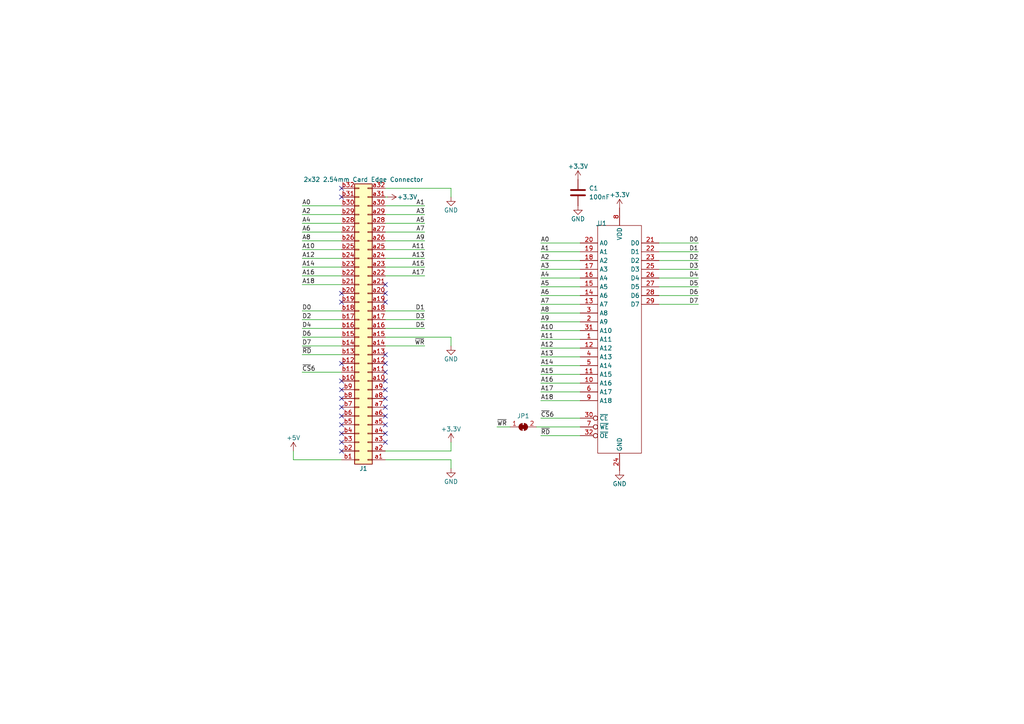
<source format=kicad_sch>
(kicad_sch (version 20230121) (generator eeschema)
  (paper "A4")
  (lib_symbols
    (symbol "Device:C" (pin_numbers hide) (pin_names (offset 0.254))
      (property "Reference" "C" (at 0.635 2.54 0))
      (property "Value" "C" (at 0.635 -2.54 0))
      (symbol "C_0_1"
        (polyline (pts (xy -2.032 -0.762) (xy 2.032 -0.762)) (stroke (width 0.508)))
        (polyline (pts (xy -2.032 0.762) (xy 2.032 0.762)) (stroke (width 0.508)))
      )
      (symbol "C_1_1"
        (pin passive line (at 0 3.81 270) (length 2.794) (name "~") (number "1"))
        (pin passive line (at 0 -3.81 90) (length 2.794) (name "~") (number "2"))
      )
    )
    (symbol "Jumper:SolderJumper_2_Bridged" (pin_names (offset 0) hide)
      (property "Reference" "JP" (at 0 2.032 0))
      (property "Value" "SolderJumper_2_Bridged" (at 0 -2.54 0))
      (symbol "SolderJumper_2_Bridged_0_1"
        (rectangle (start -0.508 0.508) (end 0.508 -0.508) (fill (type outline)))
        (arc (start -0.254 1.016) (mid -1.2656 0) (end -0.254 -1.016))
        (arc (start -0.254 1.016) (mid -1.2656 0) (end -0.254 -1.016) (fill (type outline)))
        (polyline (pts (xy -0.254 1.016) (xy -0.254 -1.016)))
        (polyline (pts (xy 0.254 1.016) (xy 0.254 -1.016)))
        (arc (start 0.254 -1.016) (mid 1.2656 0) (end 0.254 1.016))
        (arc (start 0.254 -1.016) (mid 1.2656 0) (end 0.254 1.016) (fill (type outline)))
      )
      (symbol "SolderJumper_2_Bridged_1_1"
        (pin passive line (at -3.81 0 0) (length 2.54) (name "A") (number "1"))
        (pin passive line (at 3.81 0 180) (length 2.54) (name "B") (number "2"))
      )
    )
    (symbol "Memory_Flash:SST39LF040-55-4C-WHE"
      (property "Reference" "U" (at 1.27 1.27 0))
      (symbol "SST39LF040-55-4C-WHE_0_1"
        (rectangle (start 0 0) (end 12.7 -66.04))
      )
      (symbol "SST39LF040-55-4C-WHE_1_1"
        (pin input line (at -5.08 -33.02 0) (length 5.08) (name "A11") (number "1"))
        (pin input line (at -5.08 -45.72 0) (length 5.08) (name "A16") (number "10"))
        (pin input line (at -5.08 -43.18 0) (length 5.08) (name "A15") (number "11"))
        (pin input line (at -5.08 -35.56 0) (length 5.08) (name "A12") (number "12"))
        (pin input line (at -5.08 -22.86 0) (length 5.08) (name "A7") (number "13"))
        (pin input line (at -5.08 -20.32 0) (length 5.08) (name "A6") (number "14"))
        (pin input line (at -5.08 -17.78 0) (length 5.08) (name "A5") (number "15"))
        (pin input line (at -5.08 -15.24 0) (length 5.08) (name "A4") (number "16"))
        (pin input line (at -5.08 -12.7 0) (length 5.08) (name "A3") (number "17"))
        (pin input line (at -5.08 -10.16 0) (length 5.08) (name "A2") (number "18"))
        (pin input line (at -5.08 -7.62 0) (length 5.08) (name "A1") (number "19"))
        (pin input line (at -5.08 -27.94 0) (length 5.08) (name "A9") (number "2"))
        (pin input line (at -5.08 -5.08 0) (length 5.08) (name "A0") (number "20"))
        (pin tri_state line (at 17.78 -5.08 180) (length 5.08) (name "D0") (number "21"))
        (pin tri_state line (at 17.78 -7.62 180) (length 5.08) (name "D1") (number "22"))
        (pin tri_state line (at 17.78 -10.16 180) (length 5.08) (name "D2") (number "23"))
        (pin power_in line (at 6.35 -71.12 90) (length 5.08) (name "GND") (number "24"))
        (pin tri_state line (at 17.78 -12.7 180) (length 5.08) (name "D3") (number "25"))
        (pin tri_state line (at 17.78 -15.24 180) (length 5.08) (name "D4") (number "26"))
        (pin tri_state line (at 17.78 -17.78 180) (length 5.08) (name "D5") (number "27"))
        (pin tri_state line (at 17.78 -20.32 180) (length 5.08) (name "D6") (number "28"))
        (pin tri_state line (at 17.78 -22.86 180) (length 5.08) (name "D7") (number "29"))
        (pin input line (at -5.08 -25.4 0) (length 5.08) (name "A8") (number "3"))
        (pin input inverted (at -5.08 -55.88 0) (length 5.08) (name "~{CE}") (number "30"))
        (pin input line (at -5.08 -30.48 0) (length 5.08) (name "A10") (number "31"))
        (pin input inverted (at -5.08 -60.96 0) (length 5.08) (name "~{OE}") (number "32"))
        (pin input line (at -5.08 -38.1 0) (length 5.08) (name "A13") (number "4"))
        (pin input line (at -5.08 -40.64 0) (length 5.08) (name "A14") (number "5"))
        (pin input line (at -5.08 -48.26 0) (length 5.08) (name "A17") (number "6"))
        (pin input inverted (at -5.08 -58.42 0) (length 5.08) (name "~{WE}") (number "7"))
        (pin power_in line (at 6.35 5.08 270) (length 5.08) (name "VDD") (number "8"))
        (pin input line (at -5.08 -50.8 0) (length 5.08) (name "A18") (number "9"))
      )
    )
    (symbol "Sentinel 65X V2:Conn_02x32_Row_Letter_First" (pin_names (offset 1.016) hide)
      (property "Reference" "J" (at 1.27 40.64 0))
      (property "Value" "Conn_02x32_Row_Letter_First" (at 1.27 -43.18 0))
      (symbol "Conn_02x32_Row_Letter_First_1_1"
        (rectangle (start -1.27 -40.513) (end 0 -40.767) (stroke (width 0.1524)))
        (rectangle (start -1.27 -37.973) (end 0 -38.227) (stroke (width 0.1524)))
        (rectangle (start -1.27 -35.433) (end 0 -35.687) (stroke (width 0.1524)))
        (rectangle (start -1.27 -32.893) (end 0 -33.147) (stroke (width 0.1524)))
        (rectangle (start -1.27 -30.353) (end 0 -30.607) (stroke (width 0.1524)))
        (rectangle (start -1.27 -27.813) (end 0 -28.067) (stroke (width 0.1524)))
        (rectangle (start -1.27 -25.273) (end 0 -25.527) (stroke (width 0.1524)))
        (rectangle (start -1.27 -22.733) (end 0 -22.987) (stroke (width 0.1524)))
        (rectangle (start -1.27 -20.193) (end 0 -20.447) (stroke (width 0.1524)))
        (rectangle (start -1.27 -17.653) (end 0 -17.907) (stroke (width 0.1524)))
        (rectangle (start -1.27 -15.113) (end 0 -15.367) (stroke (width 0.1524)))
        (rectangle (start -1.27 -12.573) (end 0 -12.827) (stroke (width 0.1524)))
        (rectangle (start -1.27 -10.033) (end 0 -10.287) (stroke (width 0.1524)))
        (rectangle (start -1.27 -7.493) (end 0 -7.747) (stroke (width 0.1524)))
        (rectangle (start -1.27 -4.953) (end 0 -5.207) (stroke (width 0.1524)))
        (rectangle (start -1.27 -2.413) (end 0 -2.667) (stroke (width 0.1524)))
        (rectangle (start -1.27 0.127) (end 0 -0.127) (stroke (width 0.1524)))
        (rectangle (start -1.27 2.667) (end 0 2.413) (stroke (width 0.1524)))
        (rectangle (start -1.27 5.207) (end 0 4.953) (stroke (width 0.1524)))
        (rectangle (start -1.27 7.747) (end 0 7.493) (stroke (width 0.1524)))
        (rectangle (start -1.27 10.287) (end 0 10.033) (stroke (width 0.1524)))
        (rectangle (start -1.27 12.827) (end 0 12.573) (stroke (width 0.1524)))
        (rectangle (start -1.27 15.367) (end 0 15.113) (stroke (width 0.1524)))
        (rectangle (start -1.27 17.907) (end 0 17.653) (stroke (width 0.1524)))
        (rectangle (start -1.27 20.447) (end 0 20.193) (stroke (width 0.1524)))
        (rectangle (start -1.27 22.987) (end 0 22.733) (stroke (width 0.1524)))
        (rectangle (start -1.27 25.527) (end 0 25.273) (stroke (width 0.1524)))
        (rectangle (start -1.27 28.067) (end 0 27.813) (stroke (width 0.1524)))
        (rectangle (start -1.27 30.607) (end 0 30.353) (stroke (width 0.1524)))
        (rectangle (start -1.27 33.147) (end 0 32.893) (stroke (width 0.1524)))
        (rectangle (start -1.27 35.687) (end 0 35.433) (stroke (width 0.1524)))
        (rectangle (start -1.27 38.227) (end 0 37.973) (stroke (width 0.1524)))
        (rectangle (start -1.27 39.37) (end 3.81 -41.91) (stroke (width 0.254)) (fill (type background)))
        (rectangle (start 3.81 -40.513) (end 2.54 -40.767) (stroke (width 0.1524)))
        (rectangle (start 3.81 -37.973) (end 2.54 -38.227) (stroke (width 0.1524)))
        (rectangle (start 3.81 -35.433) (end 2.54 -35.687) (stroke (width 0.1524)))
        (rectangle (start 3.81 -32.893) (end 2.54 -33.147) (stroke (width 0.1524)))
        (rectangle (start 3.81 -30.353) (end 2.54 -30.607) (stroke (width 0.1524)))
        (rectangle (start 3.81 -27.813) (end 2.54 -28.067) (stroke (width 0.1524)))
        (rectangle (start 3.81 -25.273) (end 2.54 -25.527) (stroke (width 0.1524)))
        (rectangle (start 3.81 -22.733) (end 2.54 -22.987) (stroke (width 0.1524)))
        (rectangle (start 3.81 -20.193) (end 2.54 -20.447) (stroke (width 0.1524)))
        (rectangle (start 3.81 -17.653) (end 2.54 -17.907) (stroke (width 0.1524)))
        (rectangle (start 3.81 -15.113) (end 2.54 -15.367) (stroke (width 0.1524)))
        (rectangle (start 3.81 -12.573) (end 2.54 -12.827) (stroke (width 0.1524)))
        (rectangle (start 3.81 -10.033) (end 2.54 -10.287) (stroke (width 0.1524)))
        (rectangle (start 3.81 -7.493) (end 2.54 -7.747) (stroke (width 0.1524)))
        (rectangle (start 3.81 -4.953) (end 2.54 -5.207) (stroke (width 0.1524)))
        (rectangle (start 3.81 -2.413) (end 2.54 -2.667) (stroke (width 0.1524)))
        (rectangle (start 3.81 0.127) (end 2.54 -0.127) (stroke (width 0.1524)))
        (rectangle (start 3.81 2.667) (end 2.54 2.413) (stroke (width 0.1524)))
        (rectangle (start 3.81 5.207) (end 2.54 4.953) (stroke (width 0.1524)))
        (rectangle (start 3.81 7.747) (end 2.54 7.493) (stroke (width 0.1524)))
        (rectangle (start 3.81 10.287) (end 2.54 10.033) (stroke (width 0.1524)))
        (rectangle (start 3.81 12.827) (end 2.54 12.573) (stroke (width 0.1524)))
        (rectangle (start 3.81 15.367) (end 2.54 15.113) (stroke (width 0.1524)))
        (rectangle (start 3.81 17.907) (end 2.54 17.653) (stroke (width 0.1524)))
        (rectangle (start 3.81 20.447) (end 2.54 20.193) (stroke (width 0.1524)))
        (rectangle (start 3.81 22.987) (end 2.54 22.733) (stroke (width 0.1524)))
        (rectangle (start 3.81 25.527) (end 2.54 25.273) (stroke (width 0.1524)))
        (rectangle (start 3.81 28.067) (end 2.54 27.813) (stroke (width 0.1524)))
        (rectangle (start 3.81 30.607) (end 2.54 30.353) (stroke (width 0.1524)))
        (rectangle (start 3.81 33.147) (end 2.54 32.893) (stroke (width 0.1524)))
        (rectangle (start 3.81 35.687) (end 2.54 35.433) (stroke (width 0.1524)))
        (rectangle (start 3.81 38.227) (end 2.54 37.973) (stroke (width 0.1524)))
        (pin passive line (at -5.08 38.1 0) (length 3.81) (name "Pin_a1") (number "a1"))
        (pin passive line (at -5.08 15.24 0) (length 3.81) (name "Pin_a10") (number "a10"))
        (pin passive line (at -5.08 12.7 0) (length 3.81) (name "Pin_a11") (number "a11"))
        (pin passive line (at -5.08 10.16 0) (length 3.81) (name "Pin_a12") (number "a12"))
        (pin passive line (at -5.08 7.62 0) (length 3.81) (name "Pin_a13") (number "a13"))
        (pin passive line (at -5.08 5.08 0) (length 3.81) (name "Pin_a14") (number "a14"))
        (pin passive line (at -5.08 2.54 0) (length 3.81) (name "Pin_a15") (number "a15"))
        (pin passive line (at -5.08 0 0) (length 3.81) (name "Pin_a16") (number "a16"))
        (pin passive line (at -5.08 -2.54 0) (length 3.81) (name "Pin_a17") (number "a17"))
        (pin passive line (at -5.08 -5.08 0) (length 3.81) (name "Pin_a18") (number "a18"))
        (pin passive line (at -5.08 -7.62 0) (length 3.81) (name "Pin_a19") (number "a19"))
        (pin passive line (at -5.08 35.56 0) (length 3.81) (name "Pin_a2") (number "a2"))
        (pin passive line (at -5.08 -10.16 0) (length 3.81) (name "Pin_a20") (number "a20"))
        (pin passive line (at -5.08 -12.7 0) (length 3.81) (name "Pin_a21") (number "a21"))
        (pin passive line (at -5.08 -15.24 0) (length 3.81) (name "Pin_a22") (number "a22"))
        (pin passive line (at -5.08 -17.78 0) (length 3.81) (name "Pin_a23") (number "a23"))
        (pin passive line (at -5.08 -20.32 0) (length 3.81) (name "Pin_a24") (number "a24"))
        (pin passive line (at -5.08 -22.86 0) (length 3.81) (name "Pin_a25") (number "a25"))
        (pin passive line (at -5.08 -25.4 0) (length 3.81) (name "Pin_a26") (number "a26"))
        (pin passive line (at -5.08 -27.94 0) (length 3.81) (name "Pin_a27") (number "a27"))
        (pin passive line (at -5.08 -30.48 0) (length 3.81) (name "Pin_a28") (number "a28"))
        (pin passive line (at -5.08 -33.02 0) (length 3.81) (name "Pin_a29") (number "a29"))
        (pin passive line (at -5.08 33.02 0) (length 3.81) (name "Pin_a3") (number "a3"))
        (pin passive line (at -5.08 -35.56 0) (length 3.81) (name "Pin_a30") (number "a30"))
        (pin passive line (at -5.08 -38.1 0) (length 3.81) (name "Pin_a31") (number "a31"))
        (pin passive line (at -5.08 -40.64 0) (length 3.81) (name "Pin_a32") (number "a32"))
        (pin passive line (at -5.08 30.48 0) (length 3.81) (name "Pin_a4") (number "a4"))
        (pin passive line (at -5.08 27.94 0) (length 3.81) (name "Pin_a5") (number "a5"))
        (pin passive line (at -5.08 25.4 0) (length 3.81) (name "Pin_a6") (number "a6"))
        (pin passive line (at -5.08 22.86 0) (length 3.81) (name "Pin_a7") (number "a7"))
        (pin passive line (at -5.08 20.32 0) (length 3.81) (name "Pin_a8") (number "a8"))
        (pin passive line (at -5.08 17.78 0) (length 3.81) (name "Pin_a9") (number "a9"))
        (pin passive line (at 7.62 38.1 180) (length 3.81) (name "Pin_b1") (number "b1"))
        (pin passive line (at 7.62 15.24 180) (length 3.81) (name "Pin_b10") (number "b10"))
        (pin passive line (at 7.62 12.7 180) (length 3.81) (name "Pin_b11") (number "b11"))
        (pin passive line (at 7.62 10.16 180) (length 3.81) (name "Pin_b12") (number "b12"))
        (pin passive line (at 7.62 7.62 180) (length 3.81) (name "Pin_b13") (number "b13"))
        (pin passive line (at 7.62 5.08 180) (length 3.81) (name "Pin_b14") (number "b14"))
        (pin passive line (at 7.62 2.54 180) (length 3.81) (name "Pin_b15") (number "b15"))
        (pin passive line (at 7.62 0 180) (length 3.81) (name "Pin_b16") (number "b16"))
        (pin passive line (at 7.62 -2.54 180) (length 3.81) (name "Pin_b17") (number "b17"))
        (pin passive line (at 7.62 -5.08 180) (length 3.81) (name "Pin_b18") (number "b18"))
        (pin passive line (at 7.62 -7.62 180) (length 3.81) (name "Pin_b19") (number "b19"))
        (pin passive line (at 7.62 35.56 180) (length 3.81) (name "Pin_b2") (number "b2"))
        (pin passive line (at 7.62 -10.16 180) (length 3.81) (name "Pin_b20") (number "b20"))
        (pin passive line (at 7.62 -12.7 180) (length 3.81) (name "Pin_b21") (number "b21"))
        (pin passive line (at 7.62 -15.24 180) (length 3.81) (name "Pin_b22") (number "b22"))
        (pin passive line (at 7.62 -17.78 180) (length 3.81) (name "Pin_b23") (number "b23"))
        (pin passive line (at 7.62 -20.32 180) (length 3.81) (name "Pin_b24") (number "b24"))
        (pin passive line (at 7.62 -22.86 180) (length 3.81) (name "Pin_b25") (number "b25"))
        (pin passive line (at 7.62 -25.4 180) (length 3.81) (name "Pin_b26") (number "b26"))
        (pin passive line (at 7.62 -27.94 180) (length 3.81) (name "Pin_b27") (number "b27"))
        (pin passive line (at 7.62 -30.48 180) (length 3.81) (name "Pin_b28") (number "b28"))
        (pin passive line (at 7.62 -33.02 180) (length 3.81) (name "Pin_b29") (number "b29"))
        (pin passive line (at 7.62 33.02 180) (length 3.81) (name "Pin_b3") (number "b3"))
        (pin passive line (at 7.62 -35.56 180) (length 3.81) (name "Pin_b30") (number "b30"))
        (pin passive line (at 7.62 -38.1 180) (length 3.81) (name "Pin_b31") (number "b31"))
        (pin passive line (at 7.62 -40.64 180) (length 3.81) (name "Pin_b32") (number "b32"))
        (pin passive line (at 7.62 30.48 180) (length 3.81) (name "Pin_b4") (number "b4"))
        (pin passive line (at 7.62 27.94 180) (length 3.81) (name "Pin_b5") (number "b5"))
        (pin passive line (at 7.62 25.4 180) (length 3.81) (name "Pin_b6") (number "b6"))
        (pin passive line (at 7.62 22.86 180) (length 3.81) (name "Pin_b7") (number "b7"))
        (pin passive line (at 7.62 20.32 180) (length 3.81) (name "Pin_b8") (number "b8"))
        (pin passive line (at 7.62 17.78 180) (length 3.81) (name "Pin_b9") (number "b9"))
      )
    )
    (symbol "power:+3.3V" (power) (pin_names (offset 0))
      (property "Value" "+3.3V" (at 0 3.556 0))
      (symbol "+3.3V_0_1"
        (polyline (pts (xy -0.762 1.27) (xy 0 2.54)))
        (polyline (pts (xy 0 0) (xy 0 2.54)))
        (polyline (pts (xy 0 2.54) (xy 0.762 1.27)))
      )
      (symbol "+3.3V_1_1"
        (pin power_in line (at 0 0 90) (length 0) hide (name "+3.3V") (number "1"))
      )
    )
    (symbol "power:+5V" (power) (pin_names (offset 0))
      (property "Value" "+5V" (at 0 3.556 0))
      (symbol "+5V_0_1"
        (polyline (pts (xy -0.762 1.27) (xy 0 2.54)))
        (polyline (pts (xy 0 0) (xy 0 2.54)))
        (polyline (pts (xy 0 2.54) (xy 0.762 1.27)))
      )
      (symbol "+5V_1_1"
        (pin power_in line (at 0 0 90) (length 0) hide (name "+5V") (number "1"))
      )
    )
    (symbol "power:GND" (power) (pin_names (offset 0))
      (property "Value" "GND" (at 0 -3.81 0))
      (symbol "GND_0_1"
        (polyline (pts (xy 0 0) (xy 0 -1.27) (xy 1.27 -1.27) (xy 0 -2.54) (xy -1.27 -1.27) (xy 0 -1.27)))
      )
      (symbol "GND_1_1"
        (pin power_in line (at 0 0 270) (length 0) hide (name "GND") (number "1"))
      )
    )
  )
  (no_connect (at 99.06 123.19))
  (no_connect (at 111.76 113.03))
  (no_connect (at 99.06 113.03))
  (no_connect (at 99.06 128.27))
  (no_connect (at 99.06 105.41))
  (no_connect (at 99.06 110.49))
  (no_connect (at 111.76 85.09))
  (no_connect (at 111.76 82.55))
  (no_connect (at 111.76 123.19))
  (no_connect (at 99.06 115.57))
  (no_connect (at 99.06 87.63))
  (no_connect (at 99.06 85.09))
  (no_connect (at 111.76 87.63))
  (no_connect (at 99.06 125.73))
  (no_connect (at 111.76 102.87))
  (no_connect (at 111.76 128.27))
  (no_connect (at 99.06 130.81))
  (no_connect (at 111.76 125.73))
  (no_connect (at 99.06 118.11))
  (no_connect (at 111.76 107.95))
  (no_connect (at 111.76 120.65))
  (no_connect (at 99.06 54.61))
  (no_connect (at 111.76 115.57))
  (no_connect (at 111.76 110.49))
  (no_connect (at 99.06 120.65))
  (no_connect (at 99.06 57.15))
  (no_connect (at 111.76 105.41))
  (no_connect (at 111.76 118.11))
  (wire (pts (xy 156.845 88.265) (xy 168.275 88.265)))
  (wire (pts (xy 111.76 92.71) (xy 123.19 92.71)))
  (wire (pts (xy 156.845 85.725) (xy 168.275 85.725)))
  (wire (pts (xy 156.845 126.365) (xy 168.275 126.365)))
  (wire (pts (xy 87.63 69.85) (xy 99.06 69.85)))
  (wire (pts (xy 111.76 80.01) (xy 123.19 80.01)))
  (wire (pts (xy 87.63 97.79) (xy 99.06 97.79)))
  (wire (pts (xy 111.76 95.25) (xy 123.19 95.25)))
  (wire (pts (xy 191.135 83.185) (xy 202.565 83.185)))
  (wire (pts (xy 156.845 121.285) (xy 168.275 121.285)))
  (wire (pts (xy 87.63 102.87) (xy 99.06 102.87)))
  (wire (pts (xy 111.76 97.79) (xy 130.81 97.79)))
  (wire (pts (xy 156.845 100.965) (xy 168.275 100.965)))
  (wire (pts (xy 144.145 123.825) (xy 147.955 123.825)))
  (wire (pts (xy 99.06 95.25) (xy 87.63 95.25)))
  (wire (pts (xy 87.63 67.31) (xy 99.06 67.31)))
  (wire (pts (xy 156.845 116.205) (xy 168.275 116.205)))
  (wire (pts (xy 87.63 74.93) (xy 99.06 74.93)))
  (wire (pts (xy 156.845 103.505) (xy 168.275 103.505)))
  (wire (pts (xy 111.76 90.17) (xy 123.19 90.17)))
  (wire (pts (xy 191.135 88.265) (xy 202.565 88.265)))
  (wire (pts (xy 111.76 64.77) (xy 123.19 64.77)))
  (wire (pts (xy 87.63 59.69) (xy 99.06 59.69)))
  (wire (pts (xy 156.845 108.585) (xy 168.275 108.585)))
  (wire (pts (xy 87.63 64.77) (xy 99.06 64.77)))
  (wire (pts (xy 111.76 59.69) (xy 123.19 59.69)))
  (wire (pts (xy 191.135 73.025) (xy 202.565 73.025)))
  (wire (pts (xy 156.845 95.885) (xy 168.275 95.885)))
  (wire (pts (xy 156.845 106.045) (xy 168.275 106.045)))
  (wire (pts (xy 156.845 75.565) (xy 168.275 75.565)))
  (wire (pts (xy 130.81 54.61) (xy 130.81 57.15)))
  (wire (pts (xy 156.845 70.485) (xy 168.275 70.485)))
  (wire (pts (xy 156.845 111.125) (xy 168.275 111.125)))
  (wire (pts (xy 111.76 130.81) (xy 130.81 130.81)))
  (wire (pts (xy 111.76 77.47) (xy 123.19 77.47)))
  (wire (pts (xy 130.81 128.27) (xy 130.81 130.81)))
  (wire (pts (xy 99.06 133.35) (xy 85.09 133.35)))
  (wire (pts (xy 111.76 67.31) (xy 123.19 67.31)))
  (wire (pts (xy 111.76 54.61) (xy 130.81 54.61)))
  (wire (pts (xy 156.845 98.425) (xy 168.275 98.425)))
  (wire (pts (xy 111.76 74.93) (xy 123.19 74.93)))
  (wire (pts (xy 130.81 97.79) (xy 130.81 100.33)))
  (wire (pts (xy 156.845 90.805) (xy 168.275 90.805)))
  (wire (pts (xy 156.845 73.025) (xy 168.275 73.025)))
  (wire (pts (xy 99.06 80.01) (xy 87.63 80.01)))
  (wire (pts (xy 156.845 83.185) (xy 168.275 83.185)))
  (wire (pts (xy 85.09 130.81) (xy 85.09 133.35)))
  (wire (pts (xy 87.63 107.95) (xy 99.06 107.95)))
  (wire (pts (xy 87.63 77.47) (xy 99.06 77.47)))
  (wire (pts (xy 111.76 69.85) (xy 123.19 69.85)))
  (wire (pts (xy 191.135 75.565) (xy 202.565 75.565)))
  (wire (pts (xy 111.76 62.23) (xy 123.19 62.23)))
  (wire (pts (xy 191.135 70.485) (xy 202.565 70.485)))
  (wire (pts (xy 99.06 82.55) (xy 87.63 82.55)))
  (wire (pts (xy 111.76 133.35) (xy 130.81 133.35)))
  (wire (pts (xy 123.19 100.33) (xy 111.76 100.33)))
  (wire (pts (xy 156.845 113.665) (xy 168.275 113.665)))
  (wire (pts (xy 87.63 72.39) (xy 99.06 72.39)))
  (wire (pts (xy 191.135 80.645) (xy 202.565 80.645)))
  (wire (pts (xy 191.135 85.725) (xy 202.565 85.725)))
  (wire (pts (xy 99.06 90.17) (xy 87.63 90.17)))
  (wire (pts (xy 130.81 133.35) (xy 130.81 135.89)))
  (wire (pts (xy 191.135 78.105) (xy 202.565 78.105)))
  (wire (pts (xy 111.76 72.39) (xy 123.19 72.39)))
  (wire (pts (xy 99.06 100.33) (xy 87.63 100.33)))
  (wire (pts (xy 111.76 57.15) (xy 112.395 57.15)))
  (wire (pts (xy 156.845 78.105) (xy 168.275 78.105)))
  (wire (pts (xy 87.63 62.23) (xy 99.06 62.23)))
  (wire (pts (xy 99.06 92.71) (xy 87.63 92.71)))
  (wire (pts (xy 155.575 123.825) (xy 168.275 123.825)))
  (wire (pts (xy 156.845 80.645) (xy 168.275 80.645)))
  (wire (pts (xy 156.845 93.345) (xy 168.275 93.345)))
  (label "A4" (at 156.845 80.645 0))
  (label "~{RD}" (at 87.63 102.87 0))
  (label "D1" (at 123.19 90.17 180))
  (label "A1" (at 156.845 73.025 0))
  (label "A18" (at 156.845 116.205 0))
  (label "~{WR}" (at 123.19 100.33 180))
  (label "A11" (at 123.19 72.39 180))
  (label "A16" (at 87.63 80.01 0))
  (label "A13" (at 123.19 74.93 180))
  (label "A17" (at 156.845 113.665 0))
  (label "A7" (at 123.19 67.31 180))
  (label "~{CS}6" (at 156.845 121.285 0))
  (label "A3" (at 123.19 62.23 180))
  (label "A11" (at 156.845 98.425 0))
  (label "D5" (at 123.19 95.25 180))
  (label "D6" (at 87.63 97.79 0))
  (label "A14" (at 87.63 77.47 0))
  (label "D7" (at 202.565 88.265 180))
  (label "A10" (at 87.63 72.39 0))
  (label "A15" (at 156.845 108.585 0))
  (label "A7" (at 156.845 88.265 0))
  (label "D6" (at 202.565 85.725 180))
  (label "~{RD}" (at 156.845 126.365 0))
  (label "D1" (at 202.565 73.025 180))
  (label "A5" (at 123.19 64.77 180))
  (label "A4" (at 87.63 64.77 0))
  (label "A9" (at 156.845 93.345 0))
  (label "A2" (at 87.63 62.23 0))
  (label "A17" (at 123.19 80.01 180))
  (label "D3" (at 202.565 78.105 180))
  (label "A8" (at 87.63 69.85 0))
  (label "A14" (at 156.845 106.045 0))
  (label "A9" (at 123.19 69.85 180))
  (label "D4" (at 202.565 80.645 180))
  (label "A2" (at 156.845 75.565 0))
  (label "A8" (at 156.845 90.805 0))
  (label "A3" (at 156.845 78.105 0))
  (label "A12" (at 87.63 74.93 0))
  (label "A6" (at 87.63 67.31 0))
  (label "A16" (at 156.845 111.125 0))
  (label "A13" (at 156.845 103.505 0))
  (label "A5" (at 156.845 83.185 0))
  (label "A18" (at 87.63 82.55 0))
  (label "D2" (at 87.63 92.71 0))
  (label "D4" (at 87.63 95.25 0))
  (label "D7" (at 87.63 100.33 0))
  (label "A1" (at 123.19 59.69 180))
  (label "D0" (at 202.565 70.485 180))
  (label "A6" (at 156.845 85.725 0))
  (label "A0" (at 156.845 70.485 0))
  (label "D3" (at 123.19 92.71 180))
  (label "A0" (at 87.63 59.69 0))
  (label "A10" (at 156.845 95.885 0))
  (label "A15" (at 123.19 77.47 180))
  (label "~{WR}" (at 144.145 123.825 0))
  (label "D5" (at 202.565 83.185 180))
  (label "~{CS}6" (at 87.63 107.95 0))
  (label "D2" (at 202.565 75.565 180))
  (label "D0" (at 87.63 90.17 0))
  (label "A12" (at 156.845 100.965 0))
  (symbol (lib_id "power:GND") (at 179.705 136.525 0) (unit 1)
    (property "Reference" "#PWR08" (effects hide))
    (property "Value" "GND" (at 179.705 140.335 0))
  )
  (symbol (lib_id "Jumper:SolderJumper_2_Bridged") (at 151.765 123.825 0) (unit 1)
    (property "Reference" "JP1" (at 151.765 120.65 0))
    (property "Value" "SolderJumper_2_Bridged" (effects hide))
    (property "Footprint" "Jumper:SolderJumper-2_P1.3mm_Bridged_RoundedPad1.0x1.5mm" (effects hide))
  )
  (symbol (lib_id "Memory_Flash:SST39LF040-55-4C-WHE") (at 173.355 65.405 0) (unit 1)
    (property "Reference" "U1" (at 173.2376 64.77 0) (effects (justify left)))
    (property "Value" "~" (at 173.355 65.405 0))
    (property "Footprint" "Package_SO:TSOP-I-32_14.4x8mm_P0.5mm" (effects hide))
    (property "Datasheet" "https://www.mouser.ca/datasheet/2/268/20005023B-709002.pdf" (effects hide))
  )
  (symbol (lib_id "power:GND") (at 130.81 100.33 0) (unit 1)
    (property "Reference" "#PWR03" (effects hide))
    (property "Value" "GND" (at 130.81 104.14 0))
  )
  (symbol (lib_id "power:+3.3V") (at 179.705 60.325 0) (unit 1)
    (property "Reference" "#PWR07" (effects hide))
    (property "Value" "+3.3V" (at 179.705 56.515 0))
  )
  (symbol (lib_id "power:+3.3V") (at 167.64 52.07 0) (unit 1)
    (property "Reference" "#PWR09" (effects hide))
    (property "Value" "+3.3V" (at 167.64 48.26 0))
  )
  (symbol (lib_id "power:+3.3V") (at 112.395 57.15 270) (unit 1)
    (property "Reference" "#PWR01" (effects hide))
    (property "Value" "+3.3V" (at 118.11 57.15 90))
  )
  (symbol (lib_id "power:GND") (at 167.64 59.69 0) (unit 1)
    (property "Reference" "#PWR010" (effects hide))
    (property "Value" "GND" (at 167.64 63.5 0))
  )
  (symbol (lib_id "Device:C") (at 167.64 55.88 0) (unit 1)
    (property "Reference" "C1" (at 170.815 54.6099 0) (effects (justify left)))
    (property "Value" "100nF" (at 170.815 57.1499 0) (effects (justify left)))
    (property "Footprint" "Capacitor_SMD:C_0603_1608Metric" (effects hide))
  )
  (symbol (lib_id "Sentinel 65X V2:Conn_02x32_Row_Letter_First") (at 106.68 95.25 180) (unit 1) (in_bom no)
    (property "Reference" "J1" (at 105.41 135.89 0))
    (property "Value" "2x32 2.54mm Card Edge Connector" (at 105.41 52.07 0))
    (property "Footprint" "Connector:Conn_Edge_2x32_THT_2.54mm_Male" (effects hide))
  )
  (symbol (lib_id "power:+5V") (at 85.09 130.81 0) (unit 1)
    (property "Reference" "#PWR05" (effects hide))
    (property "Value" "+5V" (at 85.09 127 0))
  )
  (symbol (lib_id "power:+3.3V") (at 130.81 128.27 0) (unit 1)
    (property "Reference" "#PWR04" (effects hide))
    (property "Value" "+3.3V" (at 130.81 124.46 0))
  )
  (symbol (lib_id "power:GND") (at 130.81 57.15 0) (unit 1)
    (property "Reference" "#PWR02" (effects hide))
    (property "Value" "GND" (at 130.81 60.96 0))
  )
  (symbol (lib_id "power:GND") (at 130.81 135.89 0) (unit 1)
    (property "Reference" "#PWR06" (effects hide))
    (property "Value" "GND" (at 130.81 139.7 0))
  )
)
</source>
